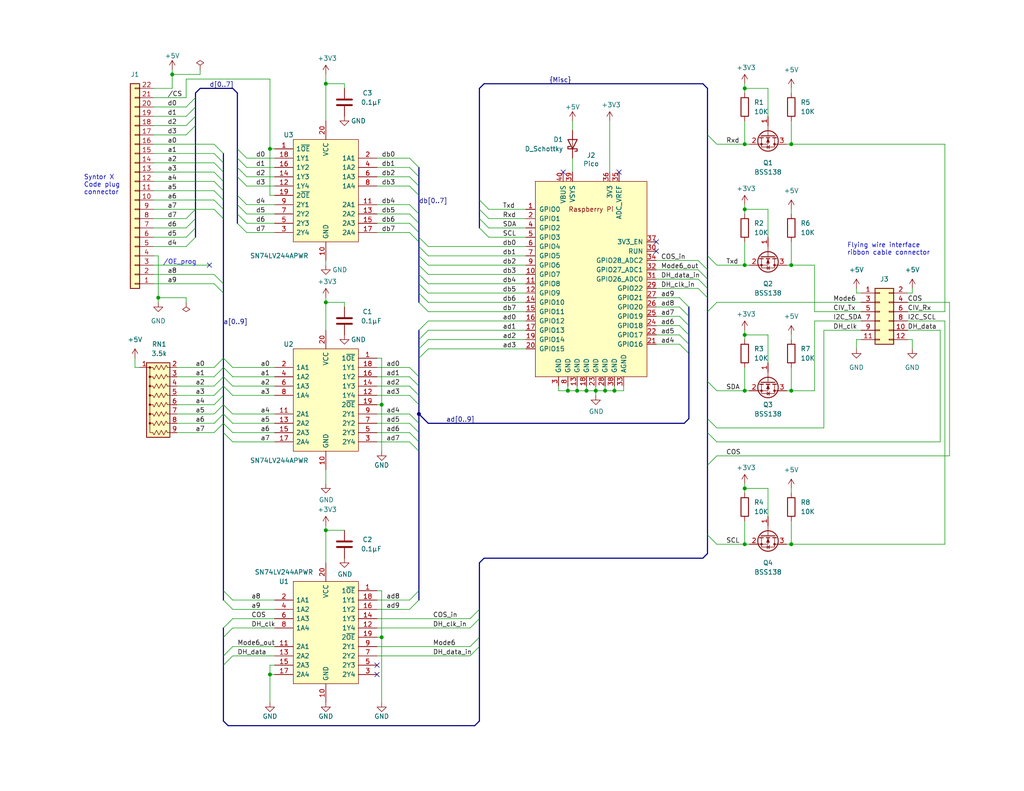
<source format=kicad_sch>
(kicad_sch (version 20211123) (generator eeschema)
  (paper "A")
  (title_block (title "Xcat NG for Syntor X") (date "2022-08-12") (rev "B") (company "Xcat group https://groups.io/g/xcat/topics") (comment 2 "PCB: WA1JHK") (comment 3 "Electronic Design: WB6YMH") (comment 4 "Copyright (C) 2022, Skip Hansen ") (comment 5 " ") (comment 6 " ") (comment 7 " ") (comment 8 " "))
  (lib_symbols
    (symbol "Connector_Generic:Conn_01x22" (pin_names (offset 1.016) hide)
      (property "Reference" "J" (at 0 27.94 0))
      (property "Value" "Conn_01x22" (at 0 -30.48 0))
      (symbol "Conn_01x22_1_1"
        (pin passive line (at -5.08 25.4 0) (length 3.81) (name "Pin_1") (number "1"))
        (pin passive line (at -5.08 2.54 0) (length 3.81) (name "Pin_10") (number "10"))
        (pin passive line (at -5.08 0 0) (length 3.81) (name "Pin_11") (number "11"))
        (pin passive line (at -5.08 -2.54 0) (length 3.81) (name "Pin_12") (number "12"))
        (pin passive line (at -5.08 -5.08 0) (length 3.81) (name "Pin_13") (number "13"))
        (pin passive line (at -5.08 -7.62 0) (length 3.81) (name "Pin_14") (number "14"))
        (pin passive line (at -5.08 -10.16 0) (length 3.81) (name "Pin_15") (number "15"))
        (pin passive line (at -5.08 -12.7 0) (length 3.81) (name "Pin_16") (number "16"))
        (pin passive line (at -5.08 -15.24 0) (length 3.81) (name "Pin_17") (number "17"))
        (pin passive line (at -5.08 -17.78 0) (length 3.81) (name "Pin_18") (number "18"))
        (pin passive line (at -5.08 -20.32 0) (length 3.81) (name "Pin_19") (number "19"))
        (pin passive line (at -5.08 22.86 0) (length 3.81) (name "Pin_2") (number "2"))
        (pin passive line (at -5.08 -22.86 0) (length 3.81) (name "Pin_20") (number "20"))
        (pin passive line (at -5.08 -25.4 0) (length 3.81) (name "Pin_21") (number "21"))
        (pin passive line (at -5.08 -27.94 0) (length 3.81) (name "Pin_22") (number "22"))
        (pin passive line (at -5.08 20.32 0) (length 3.81) (name "Pin_3") (number "3"))
        (pin passive line (at -5.08 17.78 0) (length 3.81) (name "Pin_4") (number "4"))
        (pin passive line (at -5.08 15.24 0) (length 3.81) (name "Pin_5") (number "5"))
        (pin passive line (at -5.08 12.7 0) (length 3.81) (name "Pin_6") (number "6"))
        (pin passive line (at -5.08 10.16 0) (length 3.81) (name "Pin_7") (number "7"))
        (pin passive line (at -5.08 7.62 0) (length 3.81) (name "Pin_8") (number "8"))
        (pin passive line (at -5.08 5.08 0) (length 3.81) (name "Pin_9") (number "9"))
      )
    )
    (symbol "Connector_Generic:Conn_02x06_Odd_Even" (pin_names (offset 1.016) hide)
      (property "Reference" "J" (at 1.27 7.62 0))
      (property "Value" "Conn_02x06_Odd_Even" (at 1.27 -10.16 0))
      (symbol "Conn_02x06_Odd_Even_1_1"
        (pin passive line (at -5.08 5.08 0) (length 3.81) (name "Pin_1") (number "1"))
        (pin passive line (at 7.62 -5.08 180) (length 3.81) (name "Pin_10") (number "10"))
        (pin passive line (at -5.08 -7.62 0) (length 3.81) (name "Pin_11") (number "11"))
        (pin passive line (at 7.62 -7.62 180) (length 3.81) (name "Pin_12") (number "12"))
        (pin passive line (at 7.62 5.08 180) (length 3.81) (name "Pin_2") (number "2"))
        (pin passive line (at -5.08 2.54 0) (length 3.81) (name "Pin_3") (number "3"))
        (pin passive line (at 7.62 2.54 180) (length 3.81) (name "Pin_4") (number "4"))
        (pin passive line (at -5.08 0 0) (length 3.81) (name "Pin_5") (number "5"))
        (pin passive line (at 7.62 0 180) (length 3.81) (name "Pin_6") (number "6"))
        (pin passive line (at -5.08 -2.54 0) (length 3.81) (name "Pin_7") (number "7"))
        (pin passive line (at 7.62 -2.54 180) (length 3.81) (name "Pin_8") (number "8"))
        (pin passive line (at -5.08 -5.08 0) (length 3.81) (name "Pin_9") (number "9"))
      )
    )
    (symbol "Device:C" (pin_numbers hide) (pin_names (offset 0.254))
      (property "Reference" "C" (at 0.635 2.54 0))
      (property "Value" "C" (at 0.635 -2.54 0))
      (symbol "C_1_1"
        (pin passive line (at 0 3.81 270) (length 2.794) (name "~") (number "1"))
        (pin passive line (at 0 -3.81 90) (length 2.794) (name "~") (number "2"))
      )
    )
    (symbol "Device:R" (pin_numbers hide) (pin_names (offset 0))
      (property "Reference" "R" (at 2.032 0 90))
      (property "Value" "R" (at 0 0 90))
      (symbol "R_1_1"
        (pin passive line (at 0 3.81 270) (length 1.27) (name "~") (number "1"))
        (pin passive line (at 0 -3.81 90) (length 1.27) (name "~") (number "2"))
      )
    )
    (symbol "Device:R_Network08_US" (pin_names (offset 0) hide)
      (property "Reference" "RN" (at -12.7 0 90))
      (property "Value" "R_Network08_US" (at 10.16 0 90))
      (symbol "R_Network08_US_1_1"
        (pin passive line (at -10.16 5.08 270) (length 2.54) (name "common") (number "1"))
        (pin passive line (at -10.16 -5.08 90) (length 1.27) (name "R1") (number "2"))
        (pin passive line (at -7.62 -5.08 90) (length 1.27) (name "R2") (number "3"))
        (pin passive line (at -5.08 -5.08 90) (length 1.27) (name "R3") (number "4"))
        (pin passive line (at -2.54 -5.08 90) (length 1.27) (name "R4") (number "5"))
        (pin passive line (at 0 -5.08 90) (length 1.27) (name "R5") (number "6"))
        (pin passive line (at 2.54 -5.08 90) (length 1.27) (name "R6") (number "7"))
        (pin passive line (at 5.08 -5.08 90) (length 1.27) (name "R7") (number "8"))
        (pin passive line (at 7.62 -5.08 90) (length 1.27) (name "R8") (number "9"))
      )
    )
    (symbol "Transistor_FET:BSS138" (pin_names hide)
      (property "Reference" "Q" (at 5.08 1.905 0))
      (property "Value" "BSS138" (at 5.08 0 0))
      (symbol "BSS138_1_1"
        (pin input line (at -5.08 0 0) (length 2.54) (name "G") (number "1"))
        (pin passive line (at 2.54 -5.08 90) (length 2.54) (name "S") (number "2"))
        (pin passive line (at 2.54 5.08 270) (length 2.54) (name "D") (number "3"))
      )
    )
    (symbol "picocart:D_Schottky" (pin_numbers hide) (pin_names (offset 1.016) hide)
      (property "Reference" "D" (at 0 2.54 0))
      (property "Value" "D_Schottky" (at 0 -2.54 0))
      (symbol "D_Schottky_1_1"
        (pin power_out line (at -3.81 0 0) (length 2.54) (name "K") (number "1"))
        (pin power_in line (at 3.81 0 180) (length 2.54) (name "A") (number "2"))
      )
    )
    (symbol "picocart:Pico" (pin_names (offset 1.016))
      (property "Reference" "U" (at -13.97 27.94 0))
      (property "Value" "Pico" (at 0 16.51 0))
      (symbol "Pico_0_0"
        (text "Raspberry Pi" (at 0 19.05 0) (effects (font (size 1.27 1.27))))
      )
      (symbol "Pico_1_1"
        (pin bidirectional line (at -17.78 19.05 0) (length 2.54) (name "GPIO0") (number "1"))
        (pin bidirectional line (at -17.78 1.27 0) (length 2.54) (name "GPIO7") (number "10"))
        (pin bidirectional line (at -17.78 -1.27 0) (length 2.54) (name "GPIO8") (number "11"))
        (pin bidirectional line (at -17.78 -3.81 0) (length 2.54) (name "GPIO9") (number "12"))
        (pin power_in line (at -3.81 -29.21 90) (length 2.54) (name "GND") (number "13"))
        (pin bidirectional line (at -17.78 -6.35 0) (length 2.54) (name "GPIO10") (number "14"))
        (pin bidirectional line (at -17.78 -8.89 0) (length 2.54) (name "GPIO11") (number "15"))
        (pin bidirectional line (at -17.78 -11.43 0) (length 2.54) (name "GPIO12") (number "16"))
        (pin bidirectional line (at -17.78 -13.97 0) (length 2.54) (name "GPIO13") (number "17"))
        (pin power_in line (at -1.27 -29.21 90) (length 2.54) (name "GND") (number "18"))
        (pin bidirectional line (at -17.78 -16.51 0) (length 2.54) (name "GPIO14") (number "19"))
        (pin bidirectional line (at -17.78 16.51 0) (length 2.54) (name "GPIO1") (number "2"))
        (pin bidirectional line (at -17.78 -19.05 0) (length 2.54) (name "GPIO15") (number "20"))
        (pin bidirectional line (at 17.78 -17.78 180) (length 2.54) (name "GPIO16") (number "21"))
        (pin bidirectional line (at 17.78 -15.24 180) (length 2.54) (name "GPIO17") (number "22"))
        (pin power_in line (at 1.27 -29.21 90) (length 2.54) (name "GND") (number "23"))
        (pin bidirectional line (at 17.78 -12.7 180) (length 2.54) (name "GPIO18") (number "24"))
        (pin bidirectional line (at 17.78 -10.16 180) (length 2.54) (name "GPIO19") (number "25"))
        (pin bidirectional line (at 17.78 -7.62 180) (length 2.54) (name "GPIO20") (number "26"))
        (pin bidirectional line (at 17.78 -5.08 180) (length 2.54) (name "GPIO21") (number "27"))
        (pin power_in line (at 3.81 -29.21 90) (length 2.54) (name "GND") (number "28"))
        (pin bidirectional line (at 17.78 -2.54 180) (length 2.54) (name "GPIO22") (number "29"))
        (pin power_in line (at -8.89 -29.21 90) (length 2.54) (name "GND") (number "3"))
        (pin input line (at 17.78 7.62 180) (length 2.54) (name "RUN") (number "30"))
        (pin bidirectional line (at 17.78 0 180) (length 2.54) (name "GPIO26_ADC0") (number "31"))
        (pin bidirectional line (at 17.78 2.54 180) (length 2.54) (name "GPIO27_ADC1") (number "32"))
        (pin power_in line (at 8.89 -29.21 90) (length 2.54) (name "AGND") (number "33"))
        (pin bidirectional line (at 17.78 5.08 180) (length 2.54) (name "GPIO28_ADC2") (number "34"))
        (pin unspecified line (at 7.62 29.21 270) (length 2.54) (name "ADC_VREF") (number "35"))
        (pin power_out line (at 5.08 29.21 270) (length 2.54) (name "3V3") (number "36"))
        (pin input line (at 17.78 10.16 180) (length 2.54) (name "3V3_EN") (number "37"))
        (pin power_in line (at 6.35 -29.21 90) (length 2.54) (name "GND") (number "38"))
        (pin power_in line (at -5.08 29.21 270) (length 2.54) (name "VSYS") (number "39"))
        (pin bidirectional line (at -17.78 13.97 0) (length 2.54) (name "GPIO2") (number "4"))
        (pin unspecified line (at -7.62 29.21 270) (length 2.54) (name "VBUS") (number "40"))
        (pin bidirectional line (at -17.78 11.43 0) (length 2.54) (name "GPIO3") (number "5"))
        (pin bidirectional line (at -17.78 8.89 0) (length 2.54) (name "GPIO4") (number "6"))
        (pin bidirectional line (at -17.78 6.35 0) (length 2.54) (name "GPIO5") (number "7"))
        (pin power_in line (at -6.35 -29.21 90) (length 2.54) (name "GND") (number "8"))
        (pin bidirectional line (at -17.78 3.81 0) (length 2.54) (name "GPIO6") (number "9"))
      )
    )
    (symbol "picocart:SN74LV244APWR" (pin_names (offset 0.762))
      (property "Reference" "IC" (at 24.13 7.62 0))
      (property "Value" "SN74LV244APWR" (at 24.13 5.08 0))
      (symbol "SN74LV244APWR_0_0"
        (pin input line (at 27.94 0 180) (length 5.08) (name "1~{OE}") (number "1"))
        (pin passive line (at 13.97 -30.48 90) (length 5.08) (name "GND") (number "10"))
        (pin input line (at 0 -15.24 0) (length 5.08) (name "2A1") (number "11"))
        (pin output line (at 27.94 -10.16 180) (length 5.08) (name "1Y4") (number "12"))
        (pin input line (at 0 -17.78 0) (length 5.08) (name "2A2") (number "13"))
        (pin output line (at 27.94 -7.62 180) (length 5.08) (name "1Y3") (number "14"))
        (pin input line (at 0 -20.32 0) (length 5.08) (name "2A3") (number "15"))
        (pin output line (at 27.94 -5.08 180) (length 5.08) (name "1Y2") (number "16"))
        (pin input line (at 0 -22.86 0) (length 5.08) (name "2A4") (number "17"))
        (pin output line (at 27.94 -2.54 180) (length 5.08) (name "1Y1") (number "18"))
        (pin input line (at 27.94 -12.7 180) (length 5.08) (name "2~{OE}") (number "19"))
        (pin input line (at 0 -2.54 0) (length 5.08) (name "1A1") (number "2"))
        (pin power_in line (at 13.97 7.62 270) (length 5.08) (name "VCC") (number "20"))
        (pin output line (at 27.94 -22.86 180) (length 5.08) (name "2Y4") (number "3"))
        (pin input line (at 0 -5.08 0) (length 5.08) (name "1A2") (number "4"))
        (pin output line (at 27.94 -20.32 180) (length 5.08) (name "2Y3") (number "5"))
        (pin input line (at 0 -7.62 0) (length 5.08) (name "1A3") (number "6"))
        (pin output line (at 27.94 -17.78 180) (length 5.08) (name "2Y2") (number "7"))
        (pin input line (at 0 -10.16 0) (length 5.08) (name "1A4") (number "8"))
        (pin output line (at 27.94 -15.24 180) (length 5.08) (name "2Y1") (number "9"))
      )
    )
    (symbol "power:+3V3" (power) (pin_names (offset 0))
      (property "Value" "+3V3" (at 0 3.556 0))
      (symbol "+3V3_1_1"
        (pin power_in line (at 0 0 90) (length 0) hide (name "+3V3") (number "1"))
      )
    )
    (symbol "power:+5V" (power) (pin_names (offset 0))
      (property "Value" "+5V" (at 0 3.556 0))
      (symbol "+5V_1_1"
        (pin power_in line (at 0 0 90) (length 0) hide (name "+5V") (number "1"))
      )
    )
    (symbol "power:GND" (power) (pin_names (offset 0))
      (property "Value" "GND" (at 0 -3.81 0))
      (symbol "GND_1_1"
        (pin power_in line (at 0 0 270) (length 0) hide (name "GND") (number "1"))
      )
    )
    (symbol "power:PWR_FLAG" (power) (pin_numbers hide) (pin_names (offset 0) hide)
      (property "Value" "PWR_FLAG" (at 0 3.81 0))
      (symbol "PWR_FLAG_0_0"
        (pin power_out line (at 0 0 90) (length 0) (name "pwr") (number "1"))
      )
    )
  )
  (bus_alias "Misc" (members "Txd" "Rxd" "SDA" "SCL" "DH_data_in" "COS_in" "DH_clk_in" "COS" "DH_clk" "Mode6_out" "DH_data" "Mode6"))
  (junction (at 167.64 106.68))
  (junction (at 157.48 106.68))
  (junction (at 88.9 22.86))
  (junction (at 165.1 106.68))
  (junction (at 43.18 81.28))
  (junction (at 154.94 106.68))
  (junction (at 203.2 72.39))
  (junction (at 215.9 39.37))
  (junction (at 203.2 148.59))
  (junction (at 203.2 133.35))
  (junction (at 114.3 113.03))
  (junction (at 203.2 57.15))
  (junction (at 88.9 82.55))
  (junction (at 203.2 24.13))
  (junction (at 215.9 148.59))
  (junction (at 203.2 91.44))
  (junction (at 104.14 173.99))
  (junction (at 73.66 40.64))
  (junction (at 215.9 106.68))
  (junction (at 88.9 144.78))
  (junction (at 162.56 106.68))
  (junction (at 46.99 20.32))
  (junction (at 160.02 106.68))
  (junction (at 203.2 39.37))
  (junction (at 73.66 184.15))
  (junction (at 203.2 106.68))
  (junction (at 104.14 110.49))
  (junction (at 215.9 72.39))
  (no_connect (at 57.15 72.39))
  (no_connect (at 102.87 181.61))
  (no_connect (at 102.87 184.15))
  (no_connect (at 179.07 68.58))
  (no_connect (at 179.07 66.04))
  (no_connect (at 168.91 46.99))
  (no_connect (at 153.67 46.99))
  (bus_entry (at 114.3 102.87) (size -2.54 -2.54))
  (bus_entry (at 114.3 48.26) (size -2.54 -2.54))
  (bus_entry (at 114.3 53.34) (size -2.54 -2.54))
  (bus_entry (at 67.31 63.5) (size -2.54 -2.54))
  (bus_entry (at 53.34 29.21) (size -2.54 2.54))
  (bus_entry (at 116.84 80.01) (size -2.54 -2.54))
  (bus_entry (at 58.42 100.33) (size 2.54 -2.54))
  (bus_entry (at 114.3 105.41) (size -2.54 -2.54))
  (bus_entry (at 114.3 115.57) (size -2.54 -2.54))
  (bus_entry (at 63.5 113.03) (size -2.54 -2.54))
  (bus_entry (at 60.96 179.07) (size 2.54 -2.54))
  (bus_entry (at 114.3 107.95) (size -2.54 -2.54))
  (bus_entry (at 60.96 41.91) (size -2.54 -2.54))
  (bus_entry (at 53.34 64.77) (size -2.54 2.54))
  (bus_entry (at 116.84 74.93) (size -2.54 -2.54))
  (bus_entry (at 116.84 67.31) (size -2.54 -2.54))
  (bus_entry (at 128.27 171.45) (size 2.54 -2.54))
  (bus_entry (at 60.96 54.61) (size -2.54 -2.54))
  (bus_entry (at 58.42 113.03) (size 2.54 -2.54))
  (bus_entry (at 63.5 115.57) (size -2.54 -2.54))
  (bus_entry (at 114.3 60.96) (size -2.54 -2.54))
  (bus_entry (at 193.04 118.11) (size 2.54 2.54))
  (bus_entry (at 114.3 45.72) (size -2.54 -2.54))
  (bus_entry (at 60.96 44.45) (size -2.54 -2.54))
  (bus_entry (at 116.84 72.39) (size -2.54 -2.54))
  (bus_entry (at 128.27 179.07) (size 2.54 -2.54))
  (bus_entry (at 187.96 93.98) (size -2.54 -2.54))
  (bus_entry (at 114.3 118.11) (size -2.54 -2.54))
  (bus_entry (at 60.96 80.01) (size -2.54 -2.54))
  (bus_entry (at 116.84 69.85) (size -2.54 -2.54))
  (bus_entry (at 187.96 88.9) (size -2.54 -2.54))
  (bus_entry (at 114.3 123.19) (size -2.54 -2.54))
  (bus_entry (at 116.84 82.55) (size -2.54 -2.54))
  (bus_entry (at 67.31 43.18) (size -2.54 -2.54))
  (bus_entry (at 53.34 26.67) (size -2.54 2.54))
  (bus_entry (at 114.3 92.71) (size 2.54 -2.54))
  (bus_entry (at 60.96 52.07) (size -2.54 -2.54))
  (bus_entry (at 193.04 146.05) (size 2.54 2.54))
  (bus_entry (at 116.84 85.09) (size -2.54 -2.54))
  (bus_entry (at 60.96 59.69) (size -2.54 -2.54))
  (bus_entry (at 58.42 115.57) (size 2.54 -2.54))
  (bus_entry (at 114.3 95.25) (size 2.54 -2.54))
  (bus_entry (at 63.5 102.87) (size -2.54 -2.54))
  (bus_entry (at 128.27 168.91) (size 2.54 -2.54))
  (bus_entry (at 114.3 58.42) (size -2.54 -2.54))
  (bus_entry (at 58.42 107.95) (size 2.54 -2.54))
  (bus_entry (at 67.31 48.26) (size -2.54 -2.54))
  (bus_entry (at 193.04 127) (size 2.54 -2.54))
  (bus_entry (at 111.76 166.37) (size 2.54 -2.54))
  (bus_entry (at 114.3 161.29) (size -2.54 2.54))
  (bus_entry (at 63.5 120.65) (size -2.54 -2.54))
  (bus_entry (at 63.5 105.41) (size -2.54 -2.54))
  (bus_entry (at 193.04 104.14) (size 2.54 2.54))
  (bus_entry (at 114.3 66.04) (size -2.54 -2.54))
  (bus_entry (at 187.96 86.36) (size -2.54 -2.54))
  (bus_entry (at 60.96 77.47) (size -2.54 -2.54))
  (bus_entry (at 58.42 110.49) (size 2.54 -2.54))
  (bus_entry (at 60.96 57.15) (size -2.54 -2.54))
  (bus_entry (at 67.31 60.96) (size -2.54 -2.54))
  (bus_entry (at 53.34 59.69) (size -2.54 2.54))
  (bus_entry (at 60.96 49.53) (size -2.54 -2.54))
  (bus_entry (at 60.96 173.99) (size 2.54 -2.54))
  (bus_entry (at 67.31 55.88) (size -2.54 -2.54))
  (bus_entry (at 187.96 91.44) (size -2.54 -2.54))
  (bus_entry (at 187.96 83.82) (size -2.54 -2.54))
  (bus_entry (at 60.96 171.45) (size 2.54 -2.54))
  (bus_entry (at 63.5 118.11) (size -2.54 -2.54))
  (bus_entry (at 114.3 110.49) (size -2.54 -2.54))
  (bus_entry (at 60.96 46.99) (size -2.54 -2.54))
  (bus_entry (at 53.34 57.15) (size -2.54 2.54))
  (bus_entry (at 130.81 62.23) (size 2.54 2.54))
  (bus_entry (at 130.81 57.15) (size 2.54 2.54))
  (bus_entry (at 130.81 54.61) (size 2.54 2.54))
  (bus_entry (at 130.81 59.69) (size 2.54 2.54))
  (bus_entry (at 193.04 114.3) (size 2.54 2.54))
  (bus_entry (at 67.31 50.8) (size -2.54 -2.54))
  (bus_entry (at 114.3 90.17) (size 2.54 -2.54))
  (bus_entry (at 58.42 105.41) (size 2.54 -2.54))
  (bus_entry (at 67.31 58.42) (size -2.54 -2.54))
  (bus_entry (at 63.5 100.33) (size -2.54 -2.54))
  (bus_entry (at 114.3 97.79) (size 2.54 -2.54))
  (bus_entry (at 193.04 85.09) (size 2.54 -2.54))
  (bus_entry (at 58.42 118.11) (size 2.54 -2.54))
  (bus_entry (at 63.5 107.95) (size -2.54 -2.54))
  (bus_entry (at 67.31 45.72) (size -2.54 -2.54))
  (bus_entry (at 114.3 120.65) (size -2.54 -2.54))
  (bus_entry (at 114.3 50.8) (size -2.54 -2.54))
  (bus_entry (at 116.84 77.47) (size -2.54 -2.54))
  (bus_entry (at 187.96 96.52) (size -2.54 -2.54))
  (bus_entry (at 60.96 163.83) (size 2.54 2.54))
  (bus_entry (at 60.96 161.29) (size 2.54 2.54))
  (bus_entry (at 128.27 176.53) (size 2.54 -2.54))
  (bus_entry (at 53.34 62.23) (size -2.54 2.54))
  (bus_entry (at 53.34 34.29) (size -2.54 2.54))
  (bus_entry (at 58.42 102.87) (size 2.54 -2.54))
  (bus_entry (at 60.96 181.61) (size 2.54 -2.54))
  (bus_entry (at 53.34 31.75) (size -2.54 2.54))
  (bus_entry (at 114.3 63.5) (size -2.54 -2.54))
  (bus_entry (at 193.04 69.85) (size 2.54 2.54))
  (bus_entry (at 193.04 36.83) (size 2.54 2.54))
  (bus_entry (at 190.5 78.74) (size 2.54 2.54))
  (bus_entry (at 190.5 71.12) (size 2.54 2.54))
  (bus_entry (at 190.5 73.66) (size 2.54 2.54))
  (bus_entry (at 190.5 76.2) (size 2.54 2.54))
  (bus (pts (xy 53.34 25.4) (xy 54.61 24.13)))
  (wire (pts (xy 157.48 106.68) (xy 157.48 105.41)))
  (wire (pts (xy 157.48 106.68) (xy 160.02 106.68)))
  (bus (pts (xy 60.96 113.03) (xy 60.96 115.57)))
  (wire (pts (xy 67.31 55.88) (xy 74.93 55.88)))
  (bus (pts (xy 114.3 102.87) (xy 114.3 105.41)))
  (wire (pts (xy 165.1 105.41) (xy 165.1 106.68)))
  (wire (pts (xy 179.07 71.12) (xy 190.5 71.12)))
  (bus (pts (xy 53.34 57.15) (xy 53.34 59.69)))
  (wire (pts (xy 102.87 173.99) (xy 104.14 173.99)))
  (wire (pts (xy 102.87 179.07) (xy 128.27 179.07)))
  (bus (pts (xy 60.96 196.85) (xy 60.96 181.61)))
  (wire (pts (xy 63.5 120.65) (xy 74.93 120.65)))
  (wire (pts (xy 67.31 60.96) (xy 74.93 60.96)))
  (wire (pts (xy 41.91 67.31) (xy 50.8 67.31)))
  (wire (pts (xy 74.93 40.64) (xy 73.66 40.64)))
  (wire (pts (xy 48.26 115.57) (xy 58.42 115.57)))
  (wire (pts (xy 215.9 39.37) (xy 214.63 39.37)))
  (wire (pts (xy 215.9 142.24) (xy 215.9 148.59)))
  (wire (pts (xy 50.8 21.59) (xy 50.8 26.67)))
  (wire (pts (xy 63.5 105.41) (xy 74.93 105.41)))
  (wire (pts (xy 195.58 106.68) (xy 203.2 106.68)))
  (wire (pts (xy 209.55 57.15) (xy 209.55 64.77)))
  (wire (pts (xy 215.9 66.04) (xy 215.9 72.39)))
  (wire (pts (xy 102.87 113.03) (xy 111.76 113.03)))
  (bus (pts (xy 60.96 52.07) (xy 60.96 49.53)))
  (wire (pts (xy 67.31 48.26) (xy 74.93 48.26)))
  (wire (pts (xy 48.26 110.49) (xy 58.42 110.49)))
  (bus (pts (xy 187.96 91.44) (xy 187.96 88.9)))
  (wire (pts (xy 88.9 144.78) (xy 88.9 153.67)))
  (wire (pts (xy 73.66 181.61) (xy 73.66 184.15)))
  (wire (pts (xy 93.98 144.78) (xy 88.9 144.78)))
  (bus (pts (xy 193.04 114.3) (xy 193.04 118.11)))
  (wire (pts (xy 233.68 95.25) (xy 233.68 92.71)))
  (wire (pts (xy 41.91 46.99) (xy 58.42 46.99)))
  (wire (pts (xy 63.5 102.87) (xy 74.93 102.87)))
  (wire (pts (xy 67.31 63.5) (xy 74.93 63.5)))
  (wire (pts (xy 43.18 81.28) (xy 43.18 82.55)))
  (wire (pts (xy 41.91 54.61) (xy 58.42 54.61)))
  (wire (pts (xy 215.9 58.42) (xy 215.9 57.15)))
  (wire (pts (xy 224.79 116.84) (xy 224.79 90.17)))
  (bus (pts (xy 60.96 102.87) (xy 60.96 100.33)))
  (wire (pts (xy 116.84 82.55) (xy 143.51 82.55)))
  (wire (pts (xy 41.91 49.53) (xy 58.42 49.53)))
  (wire (pts (xy 215.9 148.59) (xy 214.63 148.59)))
  (bus (pts (xy 114.3 50.8) (xy 114.3 53.34)))
  (wire (pts (xy 43.18 69.85) (xy 43.18 81.28)))
  (wire (pts (xy 215.9 33.02) (xy 215.9 39.37)))
  (wire (pts (xy 41.91 57.15) (xy 53.34 57.15)))
  (bus (pts (xy 60.96 54.61) (xy 60.96 52.07)))
  (wire (pts (xy 195.58 148.59) (xy 203.2 148.59)))
  (wire (pts (xy 48.26 118.11) (xy 58.42 118.11)))
  (wire (pts (xy 179.07 81.28) (xy 185.42 81.28)))
  (wire (pts (xy 133.35 64.77) (xy 143.51 64.77)))
  (bus (pts (xy 114.3 69.85) (xy 114.3 72.39)))
  (bus (pts (xy 114.3 92.71) (xy 114.3 95.25)))
  (wire (pts (xy 41.91 26.67) (xy 50.8 26.67)))
  (wire (pts (xy 203.2 33.02) (xy 203.2 39.37)))
  (wire (pts (xy 222.25 72.39) (xy 222.25 85.09)))
  (bus (pts (xy 53.34 59.69) (xy 53.34 62.23)))
  (bus (pts (xy 53.34 25.4) (xy 53.34 26.67)))
  (bus (pts (xy 64.77 58.42) (xy 64.77 55.88)))
  (wire (pts (xy 203.2 92.71) (xy 203.2 91.44)))
  (bus (pts (xy 130.81 153.67) (xy 132.08 152.4)))
  (bus (pts (xy 60.96 118.11) (xy 60.96 161.29)))
  (wire (pts (xy 215.9 148.59) (xy 257.81 148.59)))
  (bus (pts (xy 130.81 196.85) (xy 129.54 198.12)))
  (wire (pts (xy 48.26 105.41) (xy 58.42 105.41)))
  (wire (pts (xy 41.91 64.77) (xy 50.8 64.77)))
  (wire (pts (xy 41.91 62.23) (xy 50.8 62.23)))
  (bus (pts (xy 130.81 59.69) (xy 130.81 57.15)))
  (wire (pts (xy 48.26 107.95) (xy 58.42 107.95)))
  (wire (pts (xy 102.87 168.91) (xy 128.27 168.91)))
  (bus (pts (xy 114.3 120.65) (xy 114.3 123.19)))
  (wire (pts (xy 247.65 80.01) (xy 248.92 80.01)))
  (bus (pts (xy 193.04 73.66) (xy 193.04 76.2)))
  (wire (pts (xy 41.91 31.75) (xy 50.8 31.75)))
  (wire (pts (xy 233.68 92.71) (xy 234.95 92.71)))
  (wire (pts (xy 50.8 82.55) (xy 50.8 81.28)))
  (wire (pts (xy 104.14 97.79) (xy 104.14 110.49)))
  (bus (pts (xy 114.3 107.95) (xy 114.3 110.49)))
  (bus (pts (xy 64.77 55.88) (xy 64.77 53.34)))
  (wire (pts (xy 102.87 163.83) (xy 111.76 163.83)))
  (bus (pts (xy 114.3 74.93) (xy 114.3 77.47)))
  (wire (pts (xy 116.84 87.63) (xy 143.51 87.63)))
  (bus (pts (xy 187.96 86.36) (xy 187.96 83.82)))
  (wire (pts (xy 195.58 116.84) (xy 224.79 116.84)))
  (wire (pts (xy 41.91 39.37) (xy 58.42 39.37)))
  (wire (pts (xy 46.99 19.05) (xy 46.99 20.32)))
  (wire (pts (xy 67.31 45.72) (xy 74.93 45.72)))
  (wire (pts (xy 162.56 106.68) (xy 162.56 107.95)))
  (wire (pts (xy 222.25 87.63) (xy 234.95 87.63)))
  (wire (pts (xy 93.98 22.86) (xy 88.9 22.86)))
  (wire (pts (xy 203.2 142.24) (xy 203.2 148.59)))
  (wire (pts (xy 102.87 50.8) (xy 111.76 50.8)))
  (wire (pts (xy 152.4 105.41) (xy 152.4 106.68)))
  (bus (pts (xy 193.04 118.11) (xy 193.04 127)))
  (wire (pts (xy 116.84 67.31) (xy 143.51 67.31)))
  (wire (pts (xy 67.31 50.8) (xy 74.93 50.8)))
  (wire (pts (xy 195.58 82.55) (xy 234.95 82.55)))
  (wire (pts (xy 203.2 148.59) (xy 204.47 148.59)))
  (wire (pts (xy 63.5 100.33) (xy 74.93 100.33)))
  (wire (pts (xy 154.94 105.41) (xy 154.94 106.68)))
  (wire (pts (xy 63.5 163.83) (xy 74.93 163.83)))
  (bus (pts (xy 114.3 48.26) (xy 114.3 50.8)))
  (wire (pts (xy 170.18 106.68) (xy 170.18 105.41)))
  (wire (pts (xy 179.07 88.9) (xy 185.42 88.9)))
  (wire (pts (xy 224.79 90.17) (xy 234.95 90.17)))
  (wire (pts (xy 195.58 72.39) (xy 203.2 72.39)))
  (wire (pts (xy 36.83 100.33) (xy 38.1 100.33)))
  (bus (pts (xy 60.96 102.87) (xy 60.96 105.41)))
  (wire (pts (xy 88.9 144.78) (xy 88.9 143.51)))
  (wire (pts (xy 102.87 60.96) (xy 111.76 60.96)))
  (wire (pts (xy 104.14 110.49) (xy 104.14 123.19)))
  (wire (pts (xy 41.91 44.45) (xy 58.42 44.45)))
  (wire (pts (xy 104.14 173.99) (xy 104.14 191.77)))
  (wire (pts (xy 259.08 82.55) (xy 247.65 82.55)))
  (wire (pts (xy 215.9 106.68) (xy 222.25 106.68)))
  (wire (pts (xy 48.26 102.87) (xy 58.42 102.87)))
  (wire (pts (xy 73.66 53.34) (xy 73.66 40.64)))
  (wire (pts (xy 179.07 73.66) (xy 190.5 73.66)))
  (wire (pts (xy 73.66 21.59) (xy 73.66 40.64)))
  (wire (pts (xy 102.87 107.95) (xy 111.76 107.95)))
  (bus (pts (xy 54.61 24.13) (xy 63.5 24.13)))
  (bus (pts (xy 114.3 113.03) (xy 116.84 115.57)))
  (wire (pts (xy 203.2 134.62) (xy 203.2 133.35)))
  (bus (pts (xy 114.3 45.72) (xy 114.3 48.26)))
  (bus (pts (xy 60.96 173.99) (xy 60.96 171.45)))
  (wire (pts (xy 215.9 92.71) (xy 215.9 91.44)))
  (wire (pts (xy 102.87 102.87) (xy 111.76 102.87)))
  (wire (pts (xy 167.64 105.41) (xy 167.64 106.68)))
  (bus (pts (xy 193.04 24.13) (xy 193.04 36.83)))
  (bus (pts (xy 60.96 161.29) (xy 60.96 163.83)))
  (bus (pts (xy 130.81 173.99) (xy 130.81 176.53)))
  (wire (pts (xy 50.8 81.28) (xy 43.18 81.28)))
  (wire (pts (xy 41.91 52.07) (xy 58.42 52.07)))
  (bus (pts (xy 116.84 115.57) (xy 186.69 115.57)))
  (wire (pts (xy 160.02 106.68) (xy 162.56 106.68)))
  (wire (pts (xy 203.2 58.42) (xy 203.2 57.15)))
  (bus (pts (xy 60.96 181.61) (xy 60.96 179.07)))
  (wire (pts (xy 41.91 36.83) (xy 50.8 36.83)))
  (wire (pts (xy 209.55 133.35) (xy 209.55 140.97)))
  (wire (pts (xy 63.5 176.53) (xy 74.93 176.53)))
  (wire (pts (xy 116.84 69.85) (xy 143.51 69.85)))
  (wire (pts (xy 102.87 58.42) (xy 111.76 58.42)))
  (bus (pts (xy 60.96 107.95) (xy 60.96 110.49)))
  (wire (pts (xy 247.65 92.71) (xy 248.92 92.71)))
  (wire (pts (xy 93.98 24.13) (xy 93.98 22.86)))
  (wire (pts (xy 41.91 41.91) (xy 58.42 41.91)))
  (wire (pts (xy 104.14 110.49) (xy 102.87 110.49)))
  (bus (pts (xy 129.54 198.12) (xy 62.23 198.12)))
  (bus (pts (xy 114.3 77.47) (xy 114.3 80.01)))
  (wire (pts (xy 203.2 24.13) (xy 209.55 24.13)))
  (bus (pts (xy 60.96 100.33) (xy 60.96 97.79)))
  (wire (pts (xy 102.87 115.57) (xy 111.76 115.57)))
  (bus (pts (xy 114.3 95.25) (xy 114.3 97.79)))
  (wire (pts (xy 167.64 106.68) (xy 170.18 106.68)))
  (bus (pts (xy 60.96 97.79) (xy 60.96 80.01)))
  (wire (pts (xy 195.58 124.46) (xy 259.08 124.46)))
  (wire (pts (xy 102.87 171.45) (xy 128.27 171.45)))
  (wire (pts (xy 203.2 72.39) (xy 204.47 72.39)))
  (wire (pts (xy 41.91 24.13) (xy 46.99 24.13)))
  (bus (pts (xy 53.34 29.21) (xy 53.34 31.75)))
  (bus (pts (xy 60.96 105.41) (xy 60.96 107.95)))
  (bus (pts (xy 114.3 53.34) (xy 114.3 58.42)))
  (wire (pts (xy 102.87 166.37) (xy 111.76 166.37)))
  (wire (pts (xy 233.68 78.74) (xy 233.68 80.01)))
  (bus (pts (xy 130.81 54.61) (xy 130.81 24.13)))
  (wire (pts (xy 74.93 53.34) (xy 73.66 53.34)))
  (wire (pts (xy 133.35 57.15) (xy 143.51 57.15)))
  (bus (pts (xy 114.3 90.17) (xy 114.3 92.71)))
  (wire (pts (xy 179.07 86.36) (xy 185.42 86.36)))
  (wire (pts (xy 203.2 57.15) (xy 209.55 57.15)))
  (wire (pts (xy 63.5 115.57) (xy 74.93 115.57)))
  (bus (pts (xy 53.34 34.29) (xy 53.34 57.15)))
  (bus (pts (xy 187.96 88.9) (xy 187.96 86.36)))
  (wire (pts (xy 203.2 133.35) (xy 209.55 133.35)))
  (wire (pts (xy 102.87 105.41) (xy 111.76 105.41)))
  (wire (pts (xy 116.84 95.25) (xy 143.51 95.25)))
  (wire (pts (xy 36.83 97.79) (xy 36.83 100.33)))
  (wire (pts (xy 73.66 184.15) (xy 73.66 191.77)))
  (wire (pts (xy 222.25 106.68) (xy 222.25 87.63)))
  (bus (pts (xy 193.04 76.2) (xy 193.04 78.74)))
  (bus (pts (xy 64.77 60.96) (xy 64.77 58.42)))
  (wire (pts (xy 41.91 74.93) (xy 58.42 74.93)))
  (wire (pts (xy 165.1 106.68) (xy 167.64 106.68)))
  (wire (pts (xy 93.98 83.82) (xy 93.98 82.55)))
  (wire (pts (xy 179.07 93.98) (xy 185.42 93.98)))
  (bus (pts (xy 130.81 57.15) (xy 130.81 54.61)))
  (wire (pts (xy 162.56 105.41) (xy 162.56 106.68)))
  (bus (pts (xy 53.34 26.67) (xy 53.34 29.21)))
  (wire (pts (xy 63.5 166.37) (xy 74.93 166.37)))
  (bus (pts (xy 193.04 85.09) (xy 193.04 104.14)))
  (wire (pts (xy 102.87 48.26) (xy 111.76 48.26)))
  (bus (pts (xy 114.3 115.57) (xy 114.3 118.11)))
  (wire (pts (xy 215.9 72.39) (xy 214.63 72.39)))
  (wire (pts (xy 93.98 82.55) (xy 88.9 82.55)))
  (wire (pts (xy 222.25 85.09) (xy 234.95 85.09)))
  (wire (pts (xy 53.34 57.15) (xy 58.42 57.15)))
  (bus (pts (xy 114.3 58.42) (xy 114.3 60.96)))
  (wire (pts (xy 116.84 92.71) (xy 143.51 92.71)))
  (bus (pts (xy 53.34 62.23) (xy 53.34 64.77)))
  (wire (pts (xy 209.55 91.44) (xy 209.55 99.06)))
  (wire (pts (xy 203.2 100.33) (xy 203.2 106.68)))
  (wire (pts (xy 116.84 74.93) (xy 143.51 74.93)))
  (bus (pts (xy 114.3 110.49) (xy 114.3 113.03)))
  (bus (pts (xy 64.77 43.18) (xy 64.77 40.64)))
  (wire (pts (xy 195.58 39.37) (xy 203.2 39.37)))
  (wire (pts (xy 102.87 55.88) (xy 111.76 55.88)))
  (bus (pts (xy 193.04 127) (xy 193.04 146.05)))
  (wire (pts (xy 102.87 63.5) (xy 111.76 63.5)))
  (wire (pts (xy 41.91 34.29) (xy 50.8 34.29)))
  (wire (pts (xy 116.84 85.09) (xy 143.51 85.09)))
  (wire (pts (xy 215.9 39.37) (xy 257.81 39.37)))
  (wire (pts (xy 215.9 25.4) (xy 215.9 24.13)))
  (wire (pts (xy 67.31 43.18) (xy 74.93 43.18)))
  (bus (pts (xy 114.3 72.39) (xy 114.3 74.93)))
  (bus (pts (xy 114.3 105.41) (xy 114.3 107.95)))
  (bus (pts (xy 132.08 152.4) (xy 191.77 152.4)))
  (wire (pts (xy 88.9 20.32) (xy 88.9 22.86)))
  (bus (pts (xy 114.3 123.19) (xy 114.3 161.29)))
  (wire (pts (xy 143.51 90.17) (xy 116.84 90.17)))
  (wire (pts (xy 74.93 184.15) (xy 73.66 184.15)))
  (bus (pts (xy 60.96 57.15) (xy 60.96 54.61)))
  (bus (pts (xy 130.81 62.23) (xy 130.81 59.69)))
  (wire (pts (xy 215.9 100.33) (xy 215.9 106.68)))
  (bus (pts (xy 193.04 36.83) (xy 193.04 69.85)))
  (wire (pts (xy 102.87 43.18) (xy 111.76 43.18)))
  (wire (pts (xy 215.9 72.39) (xy 222.25 72.39)))
  (wire (pts (xy 203.2 91.44) (xy 209.55 91.44)))
  (wire (pts (xy 152.4 106.68) (xy 154.94 106.68)))
  (bus (pts (xy 64.77 45.72) (xy 64.77 43.18)))
  (wire (pts (xy 209.55 24.13) (xy 209.55 31.75)))
  (wire (pts (xy 166.37 46.99) (xy 166.37 33.02)))
  (wire (pts (xy 133.35 62.23) (xy 143.51 62.23)))
  (wire (pts (xy 203.2 66.04) (xy 203.2 72.39)))
  (bus (pts (xy 193.04 69.85) (xy 193.04 73.66)))
  (wire (pts (xy 88.9 33.02) (xy 88.9 22.86)))
  (bus (pts (xy 187.96 96.52) (xy 187.96 93.98)))
  (wire (pts (xy 154.94 106.68) (xy 157.48 106.68)))
  (wire (pts (xy 102.87 120.65) (xy 111.76 120.65)))
  (wire (pts (xy 102.87 100.33) (xy 111.76 100.33)))
  (wire (pts (xy 116.84 80.01) (xy 143.51 80.01)))
  (wire (pts (xy 203.2 39.37) (xy 204.47 39.37)))
  (wire (pts (xy 215.9 106.68) (xy 214.63 106.68)))
  (wire (pts (xy 116.84 77.47) (xy 143.51 77.47)))
  (bus (pts (xy 63.5 24.13) (xy 64.77 25.4)))
  (wire (pts (xy 41.91 72.39) (xy 57.15 72.39)))
  (wire (pts (xy 247.65 90.17) (xy 256.54 90.17)))
  (wire (pts (xy 41.91 69.85) (xy 43.18 69.85)))
  (wire (pts (xy 88.9 81.28) (xy 88.9 82.55)))
  (wire (pts (xy 102.87 176.53) (xy 128.27 176.53)))
  (bus (pts (xy 130.81 168.91) (xy 130.81 173.99)))
  (wire (pts (xy 203.2 55.88) (xy 203.2 57.15)))
  (wire (pts (xy 259.08 124.46) (xy 259.08 82.55)))
  (wire (pts (xy 63.5 171.45) (xy 74.93 171.45)))
  (wire (pts (xy 257.81 87.63) (xy 247.65 87.63)))
  (wire (pts (xy 102.87 97.79) (xy 104.14 97.79)))
  (wire (pts (xy 179.07 78.74) (xy 190.5 78.74)))
  (wire (pts (xy 203.2 22.86) (xy 203.2 24.13)))
  (bus (pts (xy 130.81 166.37) (xy 130.81 153.67)))
  (wire (pts (xy 41.91 77.47) (xy 58.42 77.47)))
  (wire (pts (xy 50.8 21.59) (xy 73.66 21.59)))
  (bus (pts (xy 62.23 198.12) (xy 60.96 196.85)))
  (wire (pts (xy 248.92 80.01) (xy 248.92 78.74)))
  (bus (pts (xy 187.96 93.98) (xy 187.96 91.44)))
  (wire (pts (xy 160.02 105.41) (xy 160.02 106.68)))
  (wire (pts (xy 54.61 20.32) (xy 54.61 19.05)))
  (bus (pts (xy 60.96 80.01) (xy 60.96 77.47)))
  (wire (pts (xy 156.21 35.56) (xy 156.21 33.02)))
  (wire (pts (xy 195.58 120.65) (xy 256.54 120.65)))
  (wire (pts (xy 46.99 24.13) (xy 46.99 20.32)))
  (wire (pts (xy 179.07 83.82) (xy 185.42 83.82)))
  (bus (pts (xy 186.69 115.57) (xy 187.96 114.3)))
  (bus (pts (xy 60.96 179.07) (xy 60.96 173.99)))
  (bus (pts (xy 64.77 53.34) (xy 64.77 48.26)))
  (wire (pts (xy 102.87 161.29) (xy 104.14 161.29)))
  (wire (pts (xy 63.5 107.95) (xy 74.93 107.95)))
  (wire (pts (xy 179.07 76.2) (xy 190.5 76.2)))
  (wire (pts (xy 41.91 29.21) (xy 50.8 29.21)))
  (bus (pts (xy 60.96 115.57) (xy 60.96 118.11)))
  (bus (pts (xy 53.34 31.75) (xy 53.34 34.29)))
  (bus (pts (xy 193.04 104.14) (xy 193.04 114.3)))
  (wire (pts (xy 203.2 90.17) (xy 203.2 91.44)))
  (wire (pts (xy 88.9 128.27) (xy 88.9 132.08)))
  (bus (pts (xy 191.77 22.86) (xy 193.04 24.13)))
  (bus (pts (xy 114.3 60.96) (xy 114.3 63.5)))
  (wire (pts (xy 48.26 100.33) (xy 58.42 100.33)))
  (bus (pts (xy 193.04 146.05) (xy 193.04 151.13)))
  (wire (pts (xy 63.5 168.91) (xy 74.93 168.91)))
  (wire (pts (xy 179.07 91.44) (xy 185.42 91.44)))
  (bus (pts (xy 187.96 96.52) (xy 187.96 114.3)))
  (bus (pts (xy 114.3 97.79) (xy 114.3 102.87)))
  (bus (pts (xy 64.77 48.26) (xy 64.77 45.72)))
  (wire (pts (xy 248.92 92.71) (xy 248.92 95.25)))
  (bus (pts (xy 60.96 77.47) (xy 60.96 59.69)))
  (wire (pts (xy 63.5 118.11) (xy 74.93 118.11)))
  (wire (pts (xy 88.9 71.12) (xy 88.9 72.39)))
  (wire (pts (xy 46.99 20.32) (xy 54.61 20.32)))
  (bus (pts (xy 114.3 161.29) (xy 114.3 163.83)))
  (wire (pts (xy 102.87 45.72) (xy 111.76 45.72)))
  (wire (pts (xy 133.35 59.69) (xy 143.51 59.69)))
  (wire (pts (xy 215.9 134.62) (xy 215.9 133.35)))
  (bus (pts (xy 193.04 81.28) (xy 193.04 85.09)))
  (bus (pts (xy 193.04 151.13) (xy 191.77 152.4)))
  (bus (pts (xy 114.3 113.03) (xy 114.3 115.57)))
  (bus (pts (xy 114.3 64.77) (xy 114.3 66.04)))
  (wire (pts (xy 74.93 181.61) (xy 73.66 181.61)))
  (wire (pts (xy 162.56 106.68) (xy 165.1 106.68)))
  (wire (pts (xy 63.5 113.03) (xy 74.93 113.03)))
  (bus (pts (xy 130.81 176.53) (xy 130.81 196.85)))
  (wire (pts (xy 102.87 118.11) (xy 111.76 118.11)))
  (wire (pts (xy 203.2 25.4) (xy 203.2 24.13)))
  (wire (pts (xy 63.5 179.07) (xy 74.93 179.07)))
  (bus (pts (xy 193.04 78.74) (xy 193.04 81.28)))
  (wire (pts (xy 104.14 161.29) (xy 104.14 173.99)))
  (bus (pts (xy 132.08 22.86) (xy 191.77 22.86)))
  (wire (pts (xy 203.2 132.08) (xy 203.2 133.35)))
  (bus (pts (xy 114.3 118.11) (xy 114.3 120.65)))
  (bus (pts (xy 60.96 44.45) (xy 60.96 41.91)))
  (bus (pts (xy 60.96 49.53) (xy 60.96 46.99)))
  (wire (pts (xy 257.81 148.59) (xy 257.81 87.63)))
  (wire (pts (xy 233.68 80.01) (xy 234.95 80.01)))
  (wire (pts (xy 88.9 82.55) (xy 88.9 90.17)))
  (wire (pts (xy 257.81 39.37) (xy 257.81 85.09)))
  (bus (pts (xy 114.3 67.31) (xy 114.3 69.85)))
  (wire (pts (xy 203.2 106.68) (xy 204.47 106.68)))
  (wire (pts (xy 41.91 59.69) (xy 50.8 59.69)))
  (wire (pts (xy 48.26 113.03) (xy 58.42 113.03)))
  (bus (pts (xy 130.81 24.13) (xy 132.08 22.86)))
  (bus (pts (xy 114.3 63.5) (xy 114.3 64.77)))
  (bus (pts (xy 60.96 46.99) (xy 60.96 44.45)))
  (bus (pts (xy 114.3 66.04) (xy 114.3 67.31)))
  (bus (pts (xy 64.77 25.4) (xy 64.77 40.64)))
  (wire (pts (xy 256.54 90.17) (xy 256.54 120.65)))
  (wire (pts (xy 257.81 85.09) (xy 247.65 85.09)))
  (wire (pts (xy 156.21 43.18) (xy 156.21 46.99)))
  (wire (pts (xy 116.84 72.39) (xy 143.51 72.39)))
  (bus (pts (xy 130.81 166.37) (xy 130.81 168.91)))
  (bus (pts (xy 60.96 110.49) (xy 60.96 113.03)))
  (bus (pts (xy 114.3 80.01) (xy 114.3 82.55)))
  (wire (pts (xy 67.31 58.42) (xy 74.93 58.42)))
  (bus (pts (xy 60.96 59.69) (xy 60.96 57.15)))
  (text "Flying wire interface\nribbon cable connector\n" (at 231.14 69.85 0) (effects (font (size 1.27 1.27)) (justify left bottom)))
  (text "Syntor X\nCode plug\nconnector\n" (at 22.86 53.34 0) (effects (font (size 1.27 1.27)) (justify left bottom)))
  (text "/OE_prog" (at 44.45 72.39 0) (effects (font (size 1.27 1.27)) (justify left bottom)))
  (label "Txd" (at 198.12 72.39 0))
  (label "I2C_SDA" (at 227.33 87.63 0))
  (label "a1" (at 73.66 102.87 180))
  (label "ad6" (at 105.41 118.11 0))
  (label "a4" (at 53.34 110.49 0))
  (label "d5" (at 72.39 58.42 180))
  (label "ad9" (at 180.34 81.28 0))
  (label "a0" (at 73.66 100.33 180))
  (label "db2" (at 104.14 48.26 0))
  (label "Rxd" (at 198.12 39.37 0))
  (label "Mode6" (at 118.11 176.53 0))
  (label "ad8" (at 180.34 83.82 0))
  (label "d5" (at 45.72 64.77 0))
  (label "d2" (at 72.39 48.26 180))
  (label "SCL" (at 198.12 148.59 0))
  (label "a9" (at 68.58 166.37 0))
  (label "db7" (at 104.14 63.5 0))
  (label "d6" (at 45.72 62.23 0))
  (label "a7" (at 45.72 57.15 0))
  (label "a[0..9]" (at 60.96 88.9 0))
  (label "a4" (at 45.72 49.53 0))
  (label "a1" (at 53.34 102.87 0))
  (label "a5" (at 73.66 115.57 180))
  (label "DH_clk" (at 68.58 171.45 0))
  (label "ad4" (at 180.34 93.98 0))
  (label "I2C_SCL" (at 247.65 87.63 0))
  (label "ad7" (at 180.34 86.36 0))
  (label "a2" (at 53.34 105.41 0))
  (label "d3" (at 72.39 50.8 180))
  (label "db5" (at 104.14 58.42 0))
  (label "COS" (at 247.65 82.55 0))
  (label "DH_data" (at 64.77 179.07 0))
  (label "db[0..7]" (at 114.3 55.88 0))
  (label "a5" (at 53.34 113.03 0))
  (label "{slash}CS" (at 45.72 26.67 0))
  (label "d3" (at 45.72 36.83 0))
  (label "ad9" (at 105.41 166.37 0))
  (label "db4" (at 104.14 55.88 0))
  (label "d4" (at 45.72 67.31 0))
  (label "db0" (at 137.16 67.31 0))
  (label "{Misc}" (at 149.86 22.86 0))
  (label "Mode6" (at 227.33 82.55 0))
  (label "ad5" (at 180.34 91.44 0))
  (label "a6" (at 53.34 115.57 0))
  (label "a4" (at 73.66 113.03 180))
  (label "DH_clk_in" (at 180.34 78.74 0))
  (label "a8" (at 45.72 74.93 0))
  (label "CIV_Rx" (at 247.65 85.09 0))
  (label "ad6" (at 180.34 88.9 0))
  (label "a2" (at 45.72 44.45 0))
  (label "Rxd" (at 137.16 59.69 0))
  (label "ad0" (at 105.41 100.33 0))
  (label "ad2" (at 105.41 105.41 0))
  (label "db6" (at 137.16 82.55 0))
  (label "a3" (at 73.66 107.95 180))
  (label "COS_in" (at 180.34 71.12 0))
  (label "DH_clk" (at 227.33 90.17 0))
  (label "d7" (at 45.72 59.69 0))
  (label "DH_data_in" (at 118.11 179.07 0))
  (label "db1" (at 104.14 45.72 0))
  (label "db5" (at 137.16 80.01 0))
  (label "db4" (at 137.16 77.47 0))
  (label "Txd" (at 137.16 57.15 0))
  (label "db3" (at 137.16 74.93 0))
  (label "a3" (at 45.72 46.99 0))
  (label "d[0..7]" (at 57.15 24.13 0))
  (label "db7" (at 137.16 85.09 0))
  (label "d0" (at 72.39 43.18 180))
  (label "ad0" (at 137.16 87.63 0))
  (label "COS" (at 68.58 168.91 0))
  (label "a8" (at 68.58 163.83 0))
  (label "DH_clk_in" (at 118.11 171.45 0))
  (label "SDA" (at 198.12 106.68 0))
  (label "db1" (at 137.16 69.85 0))
  (label "a6" (at 45.72 54.61 0))
  (label "COS" (at 198.12 124.46 0))
  (label "d4" (at 72.39 55.88 180))
  (label "ad4" (at 105.41 113.03 0))
  (label "db0" (at 104.14 43.18 0))
  (label "a5" (at 45.72 52.07 0))
  (label "ad1" (at 137.16 90.17 0))
  (label "DH_data_in" (at 180.34 76.2 0))
  (label "a7" (at 73.66 120.65 180))
  (label "d1" (at 45.72 31.75 0))
  (label "a3" (at 53.34 107.95 0))
  (label "db2" (at 137.16 72.39 0))
  (label "COS_in" (at 118.11 168.91 0))
  (label "ad7" (at 105.41 120.65 0))
  (label "d2" (at 45.72 34.29 0))
  (label "Mode6_out" (at 180.34 73.66 0))
  (label "ad1" (at 105.41 102.87 0))
  (label "ad3" (at 105.41 107.95 0))
  (label "a7" (at 53.34 118.11 0))
  (label "a6" (at 73.66 118.11 180))
  (label "db6" (at 104.14 60.96 0))
  (label "db3" (at 104.14 50.8 0))
  (label "CIV_Tx" (at 227.33 85.09 0))
  (label "d6" (at 72.39 60.96 180))
  (label "ad3" (at 137.16 95.25 0))
  (label "ad2" (at 137.16 92.71 0))
  (label "a9" (at 45.72 77.47 0))
  (label "ad8" (at 105.41 163.83 0))
  (label "ad[0..9]" (at 129.54 115.57 180))
  (label "d0" (at 45.72 29.21 0))
  (label "SDA" (at 137.16 62.23 0))
  (label "a2" (at 73.66 105.41 180))
  (label "d1" (at 72.39 45.72 180))
  (label "DH_data" (at 247.65 90.17 0))
  (label "ad5" (at 105.41 115.57 0))
  (label "a0" (at 45.72 39.37 0))
  (label "a1" (at 45.72 41.91 0))
  (label "a0" (at 53.34 100.33 0))
  (label "d7" (at 72.39 63.5 180))
  (label "SCL" (at 137.16 64.77 0))
  (label "Mode6_out" (at 64.77 176.53 0))
  (symbol (lib_id "picocart:Pico") (at 161.29 76.2 0) (unit 1)
    (property "Reference" "J2" (at 161.29 42.3926 0))
    (property "Value" "Pico" (at 161.29 44.704 0))
  )
  (symbol (lib_id "power:GND") (at 162.56 107.95 0) (unit 1)
    (property "Reference" "#PWR013" (effects hide))
    (property "Value" "GND" (at 162.687 112.3442 0))
  )
  (symbol (lib_id "picocart:SN74LV244APWR") (at 74.93 97.79 0) (unit 1)
    (property "Reference" "U2" (at 78.74 93.98 0))
    (property "Value" "SN74LV244APWR" (at 76.2 125.73 0))
    (property "Datasheet" "http://www.ti.com/lit/gpn/sn74lv244a" (effects hide))
    (property "Description" "Texas Instruments SN74LV244APWR Octal Buffer & Line Driver, 3-State, 2  5.5 V, 20-Pin TSSOP" (effects hide))
    (property "Height" "1.2" (effects hide))
    (property "Mouser Part Number" "595-SN74LV244APWR" (effects hide))
    (property "Mouser Price/Stock" "https://www.mouser.co.uk/ProductDetail/Texas-Instruments/SN74LV244APWR?qs=L4Mc90zKIphtUp73%252B2bASQ%3D%3D" (effects hide))
    (property "Manufacturer_Name" "Texas Instruments" (effects hide))
    (property "Manufacturer_Part_Number" "SN74LV244APWR" (effects hide))
  )
  (symbol (lib_id "power:+3V3") (at 88.9 20.32 0) (unit 1)
    (property "Reference" "#PWR03" (effects hide))
    (property "Value" "+3V3" (at 89.281 15.9258 0))
  )
  (symbol (lib_id "power:GND") (at 88.9 132.08 0) (unit 1)
    (property "Reference" "#PWR012" (effects hide))
    (property "Value" "GND" (at 89.027 136.4742 0))
  )
  (symbol (lib_id "power:+3V3") (at 166.37 33.02 0) (unit 1)
    (property "Reference" "#PWR04" (effects hide))
    (property "Value" "+3V3" (at 166.751 28.6258 0))
  )
  (symbol (lib_id "picocart:D_Schottky") (at 156.21 39.37 270) (mirror x) (unit 1)
    (property "Reference" "D1" (at 153.67 38.1 90) (effects (justify right)))
    (property "Value" "D_Schottky" (at 153.67 40.64 90) (effects (justify right)))
    (property "Footprint" "Diode_SMD:D_SMA" (effects hide))
  )
  (symbol (lib_id "power:GND") (at 88.9 191.77 0) (unit 1)
    (property "Reference" "#PWR011" (effects hide))
    (property "Value" "GND" (at 88.9 195.58 0))
  )
  (symbol (lib_id "power:+5V") (at 215.9 133.35 0) (unit 1)
    (property "Reference" "#PWR025" (effects hide))
    (property "Value" "+5V" (at 215.9 128.27 0))
  )
  (symbol (lib_id "power:+5V") (at 36.83 97.79 0) (unit 1)
    (property "Reference" "#PWR0101" (effects hide))
    (property "Value" "+5V" (at 36.83 92.71 0))
  )
  (symbol (lib_id "power:GND") (at 73.66 191.77 0) (unit 1)
    (property "Reference" "#PWR07" (effects hide))
    (property "Value" "GND" (at 73.66 195.58 0))
  )
  (symbol (lib_id "power:+5V") (at 156.21 33.02 0) (unit 1)
    (property "Reference" "#PWR0102" (effects hide))
    (property "Value" "+5V" (at 156.21 29.21 0))
  )
  (symbol (lib_id "power:+3V3") (at 88.9 143.51 0) (unit 1)
    (property "Reference" "#PWR010" (effects hide))
    (property "Value" "+3V3" (at 89.281 139.1158 0))
  )
  (symbol (lib_id "power:GND") (at 104.14 123.19 0) (unit 1)
    (property "Reference" "#PWR016" (effects hide))
    (property "Value" "GND" (at 104.14 127 0))
  )
  (symbol (lib_id "Transistor_FET:BSS138") (at 209.55 69.85 270) (unit 1)
    (property "Reference" "Q2" (at 209.55 77.47 90))
    (property "Value" "BSS138" (at 209.55 80.01 90))
    (property "Footprint" "Package_TO_SOT_SMD:SOT-23" (effects hide))
    (property "Datasheet" "https://www.fairchildsemi.com/datasheets/BS/BSS138.pdf" (effects hide))
  )
  (symbol (lib_id "Device:R_Network08_US") (at 43.18 110.49 90) (mirror x) (unit 1)
    (property "Reference" "RN1" (at 43.434 93.98 90))
    (property "Value" "3.5k" (at 43.434 96.52 90))
    (property "Footprint" "Resistor_THT:R_Array_SIP9" (effects hide))
    (property "Datasheet" "http://www.vishay.com/docs/31509/csc.pdf" (effects hide))
  )
  (symbol (lib_id "power:+3V3") (at 88.9 81.28 0) (unit 1)
    (property "Reference" "#PWR09" (effects hide))
    (property "Value" "+3V3" (at 89.281 76.8858 0))
  )
  (symbol (lib_id "power:GND") (at 233.68 95.25 0) (unit 1)
    (property "Reference" "#PWR027" (effects hide))
    (property "Value" "GND" (at 233.68 100.33 0))
  )
  (symbol (lib_id "power:+3V3") (at 203.2 55.88 0) (unit 1)
    (property "Reference" "#PWR019" (effects hide))
    (property "Value" "+3V3" (at 203.581 51.4858 0))
  )
  (symbol (lib_id "power:+5V") (at 233.68 78.74 0) (unit 1)
    (property "Reference" "#PWR026" (effects hide))
    (property "Value" "+5V" (at 233.68 73.66 0))
  )
  (symbol (lib_id "Connector_Generic:Conn_02x06_Odd_Even") (at 240.03 85.09 0) (unit 1)
    (property "Reference" "J3" (at 241.3 76.2 0))
    (property "Value" "Conn_02x06_Odd_Even" (effects hide))
  )
  (symbol (lib_id "Transistor_FET:BSS138") (at 209.55 36.83 270) (unit 1)
    (property "Reference" "Q1" (at 209.55 44.45 90))
    (property "Value" "BSS138" (at 209.55 46.99 90))
    (property "Footprint" "Package_TO_SOT_SMD:SOT-23" (effects hide))
    (property "Datasheet" "https://www.fairchildsemi.com/datasheets/BS/BSS138.pdf" (effects hide))
  )
  (symbol (lib_id "power:+5V") (at 215.9 57.15 0) (unit 1)
    (property "Reference" "#PWR023" (effects hide))
    (property "Value" "+5V" (at 215.9 52.07 0))
  )
  (symbol (lib_id "Device:C") (at 93.98 27.94 0) (mirror y) (unit 1)
    (property "Reference" "C3" (at 101.6 25.4 0) (effects (justify left)))
    (property "Value" "0.1μF" (at 104.14 27.94 0) (effects (justify left)))
    (property "Footprint" "Capacitor_SMD:C_0603_1608Metric_Pad1.08x0.95mm_HandSolder" (effects hide))
  )
  (symbol (lib_id "power:+5V") (at 248.92 78.74 0) (unit 1)
    (property "Reference" "#PWR028" (effects hide))
    (property "Value" "+5V" (at 248.92 73.66 0))
  )
  (symbol (lib_id "Device:R") (at 215.9 96.52 0) (unit 1)
    (property "Reference" "R7" (at 218.44 95.2499 0) (effects (justify left)))
    (property "Value" "10K" (at 218.44 97.7899 0) (effects (justify left)))
  )
  (symbol (lib_id "Transistor_FET:BSS138") (at 209.55 146.05 270) (unit 1)
    (property "Reference" "Q4" (at 209.55 153.67 90))
    (property "Value" "BSS138" (at 209.55 156.21 90))
    (property "Footprint" "Package_TO_SOT_SMD:SOT-23" (effects hide))
    (property "Datasheet" "https://www.fairchildsemi.com/datasheets/BS/BSS138.pdf" (effects hide))
  )
  (symbol (lib_id "Device:R") (at 203.2 138.43 0) (unit 1)
    (property "Reference" "R4" (at 205.74 137.1599 0) (effects (justify left)))
    (property "Value" "10K" (at 205.74 139.6999 0) (effects (justify left)))
  )
  (symbol (lib_id "picocart:SN74LV244APWR") (at 74.93 161.29 0) (unit 1)
    (property "Reference" "U1" (at 77.47 158.75 0))
    (property "Value" "SN74LV244APWR" (at 77.47 156.21 0))
    (property "Footprint" "picocart:SOP65P640X120-20N" (effects hide))
    (property "Datasheet" "http://www.ti.com/lit/gpn/sn74lv244a" (effects hide))
    (property "Description" "Texas Instruments SN74LV244APWR Octal Buffer & Line Driver, 3-State, 2  5.5 V, 20-Pin TSSOP" (effects hide))
    (property "Height" "1.2" (effects hide))
    (property "Mouser Part Number" "595-SN74LV244APWR" (effects hide))
    (property "Mouser Price/Stock" "https://www.mouser.co.uk/ProductDetail/Texas-Instruments/SN74LV244APWR?qs=L4Mc90zKIphtUp73%252B2bASQ%3D%3D" (effects hide))
    (property "Manufacturer_Name" "Texas Instruments" (effects hide))
    (property "Manufacturer_Part_Number" "SN74LV244APWR" (effects hide))
  )
  (symbol (lib_id "power:GND") (at 104.14 191.77 0) (unit 1)
    (property "Reference" "#PWR017" (effects hide))
    (property "Value" "GND" (at 104.14 195.58 0))
  )
  (symbol (lib_id "power:GND") (at 43.18 82.55 0) (unit 1)
    (property "Reference" "#PWR01" (effects hide))
    (property "Value" "GND" (at 43.18 87.63 0))
  )
  (symbol (lib_id "Device:R") (at 215.9 29.21 0) (unit 1)
    (property "Reference" "R5" (at 218.44 27.9399 0) (effects (justify left)))
    (property "Value" "10K" (at 218.44 30.4799 0) (effects (justify left)))
  )
  (symbol (lib_id "power:+5V") (at 215.9 91.44 0) (unit 1)
    (property "Reference" "#PWR024" (effects hide))
    (property "Value" "+5V" (at 215.9 86.36 0))
  )
  (symbol (lib_id "Device:R") (at 215.9 62.23 0) (unit 1)
    (property "Reference" "R6" (at 218.44 60.9599 0) (effects (justify left)))
    (property "Value" "10K" (at 218.44 63.4999 0) (effects (justify left)))
  )
  (symbol (lib_id "power:GND") (at 93.98 152.4 0) (unit 1)
    (property "Reference" "#PWR015" (effects hide))
    (property "Value" "GND" (at 94.107 156.7942 0))
  )
  (symbol (lib_id "power:GND") (at 88.9 72.39 0) (unit 1)
    (property "Reference" "#PWR08" (effects hide))
    (property "Value" "GND" (at 92.71 73.66 0))
  )
  (symbol (lib_id "power:PWR_FLAG") (at 54.61 19.05 0) (unit 1)
    (property "Reference" "#FLG0101" (effects hide))
    (property "Value" "PWR_FLAG" (effects hide))
  )
  (symbol (lib_id "Device:C") (at 93.98 87.63 0) (mirror y) (unit 1)
    (property "Reference" "C1" (at 101.6 85.09 0) (effects (justify left)))
    (property "Value" "0.1μF" (at 104.14 87.63 0) (effects (justify left)))
    (property "Footprint" "Capacitor_SMD:C_0603_1608Metric_Pad1.08x0.95mm_HandSolder" (effects hide))
  )
  (symbol (lib_id "power:GND") (at 93.98 31.75 0) (unit 1)
    (property "Reference" "#PWR06" (effects hide))
    (property "Value" "GND" (at 97.79 33.02 0))
  )
  (symbol (lib_id "picocart:SN74LV244APWR") (at 102.87 40.64 0) (mirror y) (unit 1)
    (property "Reference" "U3" (at 78.74 36.83 0))
    (property "Value" "SN74LV244APWR" (at 76.2 69.85 0))
    (property "Datasheet" "http://www.ti.com/lit/gpn/sn74lv244a" (effects hide))
    (property "Description" "Texas Instruments SN74LV244APWR Octal Buffer & Line Driver, 3-State, 2  5.5 V, 20-Pin TSSOP" (effects hide))
    (property "Height" "1.2" (effects hide))
    (property "Mouser Part Number" "595-SN74LV244APWR" (effects hide))
    (property "Mouser Price/Stock" "https://www.mouser.co.uk/ProductDetail/Texas-Instruments/SN74LV244APWR?qs=L4Mc90zKIphtUp73%252B2bASQ%3D%3D" (effects hide))
    (property "Manufacturer_Name" "Texas Instruments" (effects hide))
    (property "Manufacturer_Part_Number" "SN74LV244APWR" (effects hide))
  )
  (symbol (lib_id "power:+3V3") (at 203.2 22.86 0) (unit 1)
    (property "Reference" "#PWR018" (effects hide))
    (property "Value" "+3V3" (at 203.581 18.4658 0))
  )
  (symbol (lib_id "power:+5V") (at 46.99 19.05 0) (unit 1)
    (property "Reference" "#PWR05" (effects hide))
    (property "Value" "+5V" (at 46.99 15.24 0))
  )
  (symbol (lib_id "power:+5V") (at 215.9 24.13 0) (unit 1)
    (property "Reference" "#PWR022" (effects hide))
    (property "Value" "+5V" (at 215.9 19.05 0))
  )
  (symbol (lib_id "power:GND") (at 93.98 91.44 0) (unit 1)
    (property "Reference" "#PWR014" (effects hide))
    (property "Value" "GND" (at 97.79 92.71 0))
  )
  (symbol (lib_id "Device:R") (at 215.9 138.43 0) (unit 1)
    (property "Reference" "R8" (at 218.44 137.1599 0) (effects (justify left)))
    (property "Value" "10K" (at 218.44 139.6999 0) (effects (justify left)))
  )
  (symbol (lib_id "Device:R") (at 203.2 96.52 0) (unit 1)
    (property "Reference" "R3" (at 205.74 95.2499 0) (effects (justify left)))
    (property "Value" "10K" (at 205.74 97.7899 0) (effects (justify left)))
  )
  (symbol (lib_id "power:+3V3") (at 203.2 90.17 0) (unit 1)
    (property "Reference" "#PWR020" (effects hide))
    (property "Value" "+3V3" (at 203.581 85.7758 0))
  )
  (symbol (lib_id "Connector_Generic:Conn_01x22") (at 36.83 52.07 180) (unit 1)
    (property "Reference" "J1" (at 36.83 20.32 0))
    (property "Value" "Conn_01x22" (effects hide))
  )
  (symbol (lib_id "Device:R") (at 203.2 62.23 0) (unit 1)
    (property "Reference" "R2" (at 205.74 60.9599 0) (effects (justify left)))
    (property "Value" "10K" (at 205.74 63.4999 0) (effects (justify left)))
  )
  (symbol (lib_id "power:GND") (at 248.92 95.25 0) (unit 1)
    (property "Reference" "#PWR029" (effects hide))
    (property "Value" "GND" (at 248.92 100.33 0))
  )
  (symbol (lib_id "Transistor_FET:BSS138") (at 209.55 104.14 270) (unit 1)
    (property "Reference" "Q3" (at 209.55 110.49 90))
    (property "Value" "BSS138" (at 209.55 113.03 90))
    (property "Footprint" "Package_TO_SOT_SMD:SOT-23" (effects hide))
    (property "Datasheet" "https://www.fairchildsemi.com/datasheets/BS/BSS138.pdf" (effects hide))
  )
  (symbol (lib_id "power:PWR_FLAG") (at 50.8 82.55 180) (unit 1)
    (property "Reference" "#FLG0102" (effects hide))
    (property "Value" "PWR_FLAG" (effects hide))
  )
  (symbol (lib_id "Device:C") (at 93.98 148.59 0) (mirror y) (unit 1)
    (property "Reference" "C2" (at 101.6 147.32 0) (effects (justify left)))
    (property "Value" "0.1μF" (at 104.14 149.86 0) (effects (justify left)))
    (property "Footprint" "Capacitor_SMD:C_0603_1608Metric_Pad1.08x0.95mm_HandSolder" (effects hide))
  )
  (symbol (lib_id "power:+3V3") (at 203.2 132.08 0) (unit 1)
    (property "Reference" "#PWR021" (effects hide))
    (property "Value" "+3V3" (at 203.581 127.6858 0))
  )
  (symbol (lib_id "Device:R") (at 203.2 29.21 0) (unit 1)
    (property "Reference" "R1" (at 205.74 27.9399 0) (effects (justify left)))
    (property "Value" "10K" (at 205.74 30.4799 0) (effects (justify left)))
  )
)
</source>
